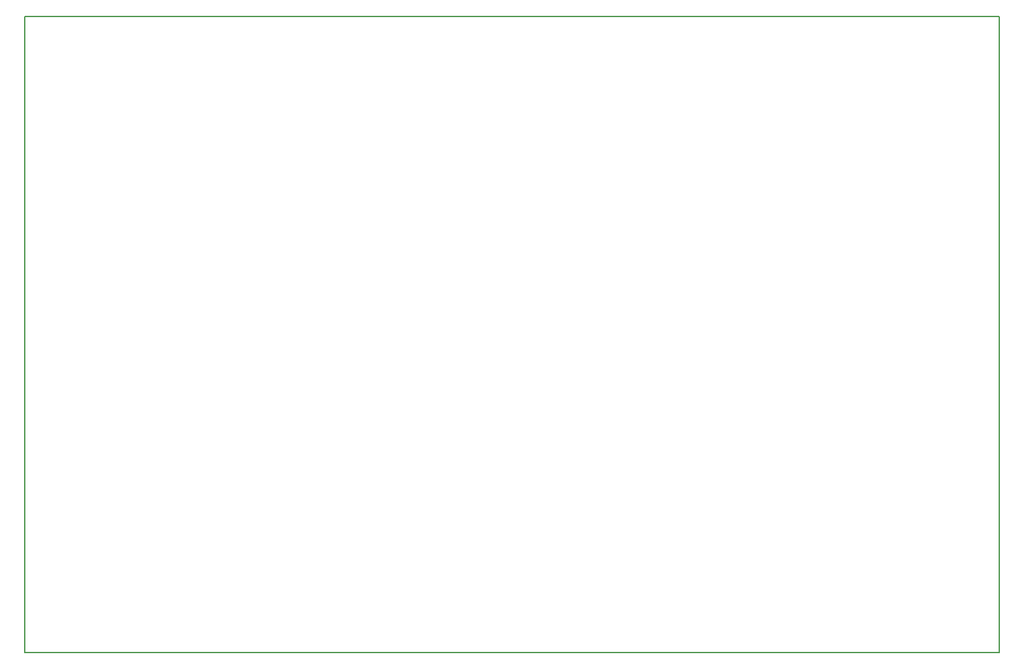
<source format=gbr>
G04 #@! TF.FileFunction,Profile,NP*
%FSLAX46Y46*%
G04 Gerber Fmt 4.6, Leading zero omitted, Abs format (unit mm)*
G04 Created by KiCad (PCBNEW 4.0.2+dfsg1-stable) date Mon 14 Nov 2016 14:02:26 NZDT*
%MOMM*%
G01*
G04 APERTURE LIST*
%ADD10C,0.100000*%
%ADD11C,0.150000*%
G04 APERTURE END LIST*
D10*
D11*
X130000000Y0D02*
X125000000Y0D01*
X130000000Y-85000000D02*
X130000000Y0D01*
X125000000Y-85000000D02*
X130000000Y-85000000D01*
X0Y-85000000D02*
X5000000Y-85000000D01*
X0Y0D02*
X0Y-85000000D01*
X0Y0D02*
X5000000Y0D01*
X5000000Y-85000000D02*
X125000000Y-85000000D01*
X125000000Y0D02*
X5000000Y0D01*
M02*

</source>
